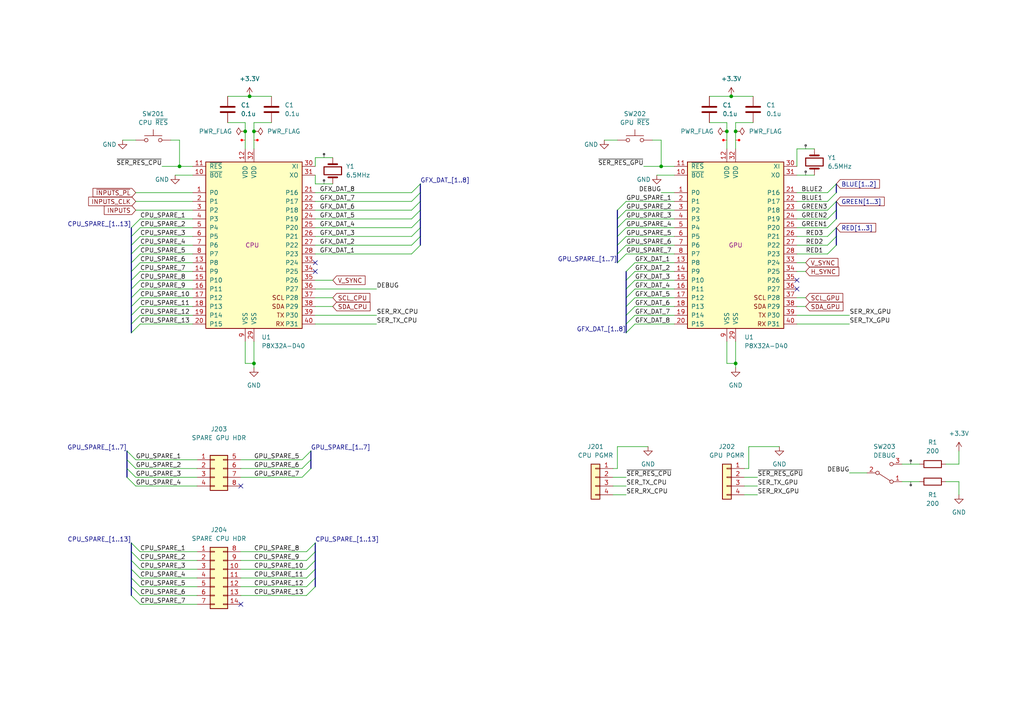
<source format=kicad_sch>
(kicad_sch (version 20230121) (generator eeschema)
  (paper "A4")
  (lib_symbols
    (symbol "Connector_Generic:Conn_01x04" (pin_names (offset 1.016) hide)
      (property "Reference" "J" (at 0 5.08 0))
      (property "Value" "Conn_01x04" (at 0 -7.62 0))
      (symbol "Conn_01x04_1_1"
        (rectangle (start -1.27 -4.953) (end 0 -5.207) (stroke (width 0.1524)))
        (rectangle (start -1.27 -2.413) (end 0 -2.667) (stroke (width 0.1524)))
        (rectangle (start -1.27 0.127) (end 0 -0.127) (stroke (width 0.1524)))
        (rectangle (start -1.27 2.667) (end 0 2.413) (stroke (width 0.1524)))
        (rectangle (start -1.27 3.81) (end 1.27 -6.35) (stroke (width 0.254)) (fill (type background)))
        (pin passive line (at -5.08 2.54 0) (length 3.81) (name "Pin_1") (number "1"))
        (pin passive line (at -5.08 0 0) (length 3.81) (name "Pin_2") (number "2"))
        (pin passive line (at -5.08 -2.54 0) (length 3.81) (name "Pin_3") (number "3"))
        (pin passive line (at -5.08 -5.08 0) (length 3.81) (name "Pin_4") (number "4"))
      )
    )
    (symbol "Connector_Generic:Conn_02x04_Top_Bottom" (pin_names (offset 1.016) hide)
      (property "Reference" "J" (at 1.27 5.08 0))
      (property "Value" "Conn_02x04_Top_Bottom" (at 1.27 -7.62 0))
      (symbol "Conn_02x04_Top_Bottom_1_1"
        (rectangle (start -1.27 -4.953) (end 0 -5.207) (stroke (width 0.1524)))
        (rectangle (start -1.27 -2.413) (end 0 -2.667) (stroke (width 0.1524)))
        (rectangle (start -1.27 0.127) (end 0 -0.127) (stroke (width 0.1524)))
        (rectangle (start -1.27 2.667) (end 0 2.413) (stroke (width 0.1524)))
        (rectangle (start -1.27 3.81) (end 3.81 -6.35) (stroke (width 0.254)) (fill (type background)))
        (rectangle (start 3.81 -4.953) (end 2.54 -5.207) (stroke (width 0.1524)))
        (rectangle (start 3.81 -2.413) (end 2.54 -2.667) (stroke (width 0.1524)))
        (rectangle (start 3.81 0.127) (end 2.54 -0.127) (stroke (width 0.1524)))
        (rectangle (start 3.81 2.667) (end 2.54 2.413) (stroke (width 0.1524)))
        (pin passive line (at -5.08 2.54 0) (length 3.81) (name "Pin_1") (number "1"))
        (pin passive line (at -5.08 0 0) (length 3.81) (name "Pin_2") (number "2"))
        (pin passive line (at -5.08 -2.54 0) (length 3.81) (name "Pin_3") (number "3"))
        (pin passive line (at -5.08 -5.08 0) (length 3.81) (name "Pin_4") (number "4"))
        (pin passive line (at 7.62 2.54 180) (length 3.81) (name "Pin_5") (number "5"))
        (pin passive line (at 7.62 0 180) (length 3.81) (name "Pin_6") (number "6"))
        (pin passive line (at 7.62 -2.54 180) (length 3.81) (name "Pin_7") (number "7"))
        (pin passive line (at 7.62 -5.08 180) (length 3.81) (name "Pin_8") (number "8"))
      )
    )
    (symbol "Connector_Generic:Conn_02x07_Top_Bottom" (pin_names (offset 1.016) hide)
      (property "Reference" "J" (at 1.27 10.16 0))
      (property "Value" "Conn_02x07_Top_Bottom" (at 1.27 -10.16 0))
      (symbol "Conn_02x07_Top_Bottom_1_1"
        (rectangle (start -1.27 -7.493) (end 0 -7.747) (stroke (width 0.1524)))
        (rectangle (start -1.27 -4.953) (end 0 -5.207) (stroke (width 0.1524)))
        (rectangle (start -1.27 -2.413) (end 0 -2.667) (stroke (width 0.1524)))
        (rectangle (start -1.27 0.127) (end 0 -0.127) (stroke (width 0.1524)))
        (rectangle (start -1.27 2.667) (end 0 2.413) (stroke (width 0.1524)))
        (rectangle (start -1.27 5.207) (end 0 4.953) (stroke (width 0.1524)))
        (rectangle (start -1.27 7.747) (end 0 7.493) (stroke (width 0.1524)))
        (rectangle (start -1.27 8.89) (end 3.81 -8.89) (stroke (width 0.254)) (fill (type background)))
        (rectangle (start 3.81 -7.493) (end 2.54 -7.747) (stroke (width 0.1524)))
        (rectangle (start 3.81 -4.953) (end 2.54 -5.207) (stroke (width 0.1524)))
        (rectangle (start 3.81 -2.413) (end 2.54 -2.667) (stroke (width 0.1524)))
        (rectangle (start 3.81 0.127) (end 2.54 -0.127) (stroke (width 0.1524)))
        (rectangle (start 3.81 2.667) (end 2.54 2.413) (stroke (width 0.1524)))
        (rectangle (start 3.81 5.207) (end 2.54 4.953) (stroke (width 0.1524)))
        (rectangle (start 3.81 7.747) (end 2.54 7.493) (stroke (width 0.1524)))
        (pin passive line (at -5.08 7.62 0) (length 3.81) (name "Pin_1") (number "1"))
        (pin passive line (at 7.62 2.54 180) (length 3.81) (name "Pin_10") (number "10"))
        (pin passive line (at 7.62 0 180) (length 3.81) (name "Pin_11") (number "11"))
        (pin passive line (at 7.62 -2.54 180) (length 3.81) (name "Pin_12") (number "12"))
        (pin passive line (at 7.62 -5.08 180) (length 3.81) (name "Pin_13") (number "13"))
        (pin passive line (at 7.62 -7.62 180) (length 3.81) (name "Pin_14") (number "14"))
        (pin passive line (at -5.08 5.08 0) (length 3.81) (name "Pin_2") (number "2"))
        (pin passive line (at -5.08 2.54 0) (length 3.81) (name "Pin_3") (number "3"))
        (pin passive line (at -5.08 0 0) (length 3.81) (name "Pin_4") (number "4"))
        (pin passive line (at -5.08 -2.54 0) (length 3.81) (name "Pin_5") (number "5"))
        (pin passive line (at -5.08 -5.08 0) (length 3.81) (name "Pin_6") (number "6"))
        (pin passive line (at -5.08 -7.62 0) (length 3.81) (name "Pin_7") (number "7"))
        (pin passive line (at 7.62 7.62 180) (length 3.81) (name "Pin_8") (number "8"))
        (pin passive line (at 7.62 5.08 180) (length 3.81) (name "Pin_9") (number "9"))
      )
    )
    (symbol "Device:C" (pin_numbers hide) (pin_names (offset 0.254))
      (property "Reference" "C" (at 0.635 2.54 0))
      (property "Value" "C" (at 0.635 -2.54 0))
      (symbol "C_0_1"
        (polyline (pts (xy -2.032 -0.762) (xy 2.032 -0.762)) (stroke (width 0.508)))
        (polyline (pts (xy -2.032 0.762) (xy 2.032 0.762)) (stroke (width 0.508)))
      )
      (symbol "C_1_1"
        (pin passive line (at 0 3.81 270) (length 2.794) (name "~") (number "1"))
        (pin passive line (at 0 -3.81 90) (length 2.794) (name "~") (number "2"))
      )
    )
    (symbol "Device:Crystal" (pin_numbers hide) (pin_names (offset 1.016) hide)
      (property "Reference" "Y" (at 0 3.81 0))
      (property "Value" "Crystal" (at 0 -3.81 0))
      (symbol "Crystal_0_1"
        (rectangle (start -1.143 2.54) (end 1.143 -2.54) (stroke (width 0.3048)))
        (polyline (pts (xy -2.54 0) (xy -1.905 0)))
        (polyline (pts (xy -1.905 -1.27) (xy -1.905 1.27)) (stroke (width 0.508)))
        (polyline (pts (xy 1.905 -1.27) (xy 1.905 1.27)) (stroke (width 0.508)))
        (polyline (pts (xy 2.54 0) (xy 1.905 0)))
      )
      (symbol "Crystal_1_1"
        (pin passive line (at -3.81 0 0) (length 1.27) (name "1") (number "1"))
        (pin passive line (at 3.81 0 180) (length 1.27) (name "2") (number "2"))
      )
    )
    (symbol "Device:R" (pin_numbers hide) (pin_names (offset 0))
      (property "Reference" "R" (at 2.032 0 90))
      (property "Value" "R" (at 0 0 90))
      (symbol "R_0_1"
        (rectangle (start -1.016 -2.54) (end 1.016 2.54) (stroke (width 0.254)))
      )
      (symbol "R_1_1"
        (pin passive line (at 0 3.81 270) (length 1.27) (name "~") (number "1"))
        (pin passive line (at 0 -3.81 90) (length 1.27) (name "~") (number "2"))
      )
    )
    (symbol "MCU_Parallax:P8X32A-D40" (pin_names (offset 1.016))
      (property "Reference" "U" (at -13.97 25.4 0))
      (property "Value" "P8X32A-D40" (at 1.27 25.4 0))
      (symbol "P8X32A-D40_0_1"
        (rectangle (start -13.97 24.13) (end 13.97 -24.13) (stroke (width 0.254)) (fill (type background)))
        (text "RX" (at 8.89 -22.86 0) (effects (font (size 1.27 1.27)) (justify right)))
        (text "SCL" (at 8.89 -15.24 0) (effects (font (size 1.27 1.27)) (justify right)))
        (text "SDA" (at 8.89 -17.78 0) (effects (font (size 1.27 1.27)) (justify right)))
        (text "TX" (at 8.89 -20.32 0) (effects (font (size 1.27 1.27)) (justify right)))
        (pin bidirectional line (at -17.78 15.24 0) (length 3.81) (name "P0") (number "1"))
        (pin input line (at -17.78 20.32 0) (length 3.81) (name "~{BOE}") (number "10"))
        (pin bidirectional line (at -17.78 22.86 0) (length 3.81) (name "~{RES}") (number "11"))
        (pin power_in line (at -2.54 27.94 270) (length 3.81) (name "VDD") (number "12"))
        (pin bidirectional line (at -17.78 -5.08 0) (length 3.81) (name "P8") (number "13"))
        (pin bidirectional line (at -17.78 -7.62 0) (length 3.81) (name "P9") (number "14"))
        (pin bidirectional line (at -17.78 -10.16 0) (length 3.81) (name "P10") (number "15"))
        (pin bidirectional line (at -17.78 -12.7 0) (length 3.81) (name "P11") (number "16"))
        (pin bidirectional line (at -17.78 -15.24 0) (length 3.81) (name "P12") (number "17"))
        (pin bidirectional line (at -17.78 -17.78 0) (length 3.81) (name "P13") (number "18"))
        (pin bidirectional line (at -17.78 -20.32 0) (length 3.81) (name "P14") (number "19"))
        (pin bidirectional line (at -17.78 12.7 0) (length 3.81) (name "P1") (number "2"))
        (pin bidirectional line (at -17.78 -22.86 0) (length 3.81) (name "P15") (number "20"))
        (pin bidirectional line (at 17.78 15.24 180) (length 3.81) (name "P16") (number "21"))
        (pin bidirectional line (at 17.78 12.7 180) (length 3.81) (name "P17") (number "22"))
        (pin bidirectional line (at 17.78 10.16 180) (length 3.81) (name "P18") (number "23"))
        (pin bidirectional line (at 17.78 7.62 180) (length 3.81) (name "P19") (number "24"))
        (pin bidirectional line (at 17.78 5.08 180) (length 3.81) (name "P20") (number "25"))
        (pin bidirectional line (at 17.78 2.54 180) (length 3.81) (name "P21") (number "26"))
        (pin bidirectional line (at 17.78 0 180) (length 3.81) (name "P22") (number "27"))
        (pin bidirectional line (at 17.78 -2.54 180) (length 3.81) (name "P23") (number "28"))
        (pin power_in line (at 0 -27.94 90) (length 3.81) (name "VSS") (number "29"))
        (pin bidirectional line (at -17.78 10.16 0) (length 3.81) (name "P2") (number "3"))
        (pin input line (at 17.78 22.86 180) (length 3.81) (name "XI") (number "30"))
        (pin output line (at 17.78 20.32 180) (length 3.81) (name "XO") (number "31"))
        (pin power_in line (at 0 27.94 270) (length 3.81) (name "VDD") (number "32"))
        (pin bidirectional line (at 17.78 -5.08 180) (length 3.81) (name "P24") (number "33"))
        (pin bidirectional line (at 17.78 -7.62 180) (length 3.81) (name "P25") (number "34"))
        (pin bidirectional line (at 17.78 -10.16 180) (length 3.81) (name "P26") (number "35"))
        (pin bidirectional line (at 17.78 -12.7 180) (length 3.81) (name "P27") (number "36"))
        (pin bidirectional line (at 17.78 -15.24 180) (length 3.81) (name "P28") (number "37"))
        (pin bidirectional line (at 17.78 -17.78 180) (length 3.81) (name "P29") (number "38"))
        (pin bidirectional line (at 17.78 -20.32 180) (length 3.81) (name "P30") (number "39"))
        (pin bidirectional line (at -17.78 7.62 0) (length 3.81) (name "P3") (number "4"))
        (pin bidirectional line (at 17.78 -22.86 180) (length 3.81) (name "P31") (number "40"))
        (pin bidirectional line (at -17.78 5.08 0) (length 3.81) (name "P4") (number "5"))
        (pin bidirectional line (at -17.78 2.54 0) (length 3.81) (name "P5") (number "6"))
        (pin bidirectional line (at -17.78 0 0) (length 3.81) (name "P6") (number "7"))
        (pin bidirectional line (at -17.78 -2.54 0) (length 3.81) (name "P7") (number "8"))
        (pin power_in line (at -2.54 -27.94 90) (length 3.81) (name "VSS") (number "9"))
      )
    )
    (symbol "Switch:SW_Push" (pin_numbers hide) (pin_names (offset 1.016) hide)
      (property "Reference" "SW" (at 1.27 2.54 0))
      (property "Value" "SW_Push" (at 0 -1.524 0))
      (symbol "SW_Push_0_1"
        (circle (center -2.032 0) (radius 0.508))
        (polyline (pts (xy 0 1.27) (xy 0 3.048)))
        (polyline (pts (xy 2.54 1.27) (xy -2.54 1.27)))
        (circle (center 2.032 0) (radius 0.508))
        (pin passive line (at -5.08 0 0) (length 2.54) (name "1") (number "1"))
        (pin passive line (at 5.08 0 180) (length 2.54) (name "2") (number "2"))
      )
    )
    (symbol "Switch:SW_SPDT" (pin_names (offset 0) hide)
      (property "Reference" "SW" (at 0 4.318 0))
      (property "Value" "SW_SPDT" (at 0 -5.08 0))
      (symbol "SW_SPDT_0_0"
        (circle (center -2.032 0) (radius 0.508))
        (circle (center 2.032 -2.54) (radius 0.508))
      )
      (symbol "SW_SPDT_0_1"
        (polyline (pts (xy -1.524 0.254) (xy 1.651 2.286)))
        (circle (center 2.032 2.54) (radius 0.508))
      )
      (symbol "SW_SPDT_1_1"
        (pin passive line (at 5.08 2.54 180) (length 2.54) (name "A") (number "1"))
        (pin passive line (at -5.08 0 0) (length 2.54) (name "B") (number "2"))
        (pin passive line (at 5.08 -2.54 180) (length 2.54) (name "C") (number "3"))
      )
    )
    (symbol "power:+3.3V" (power) (pin_names (offset 0))
      (property "Value" "+3.3V" (at 0 3.556 0))
      (symbol "+3.3V_0_1"
        (polyline (pts (xy -0.762 1.27) (xy 0 2.54)))
        (polyline (pts (xy 0 0) (xy 0 2.54)))
        (polyline (pts (xy 0 2.54) (xy 0.762 1.27)))
      )
      (symbol "+3.3V_1_1"
        (pin power_in line (at 0 0 90) (length 0) hide (name "+3.3V") (number "1"))
      )
    )
    (symbol "power:GND" (power) (pin_names (offset 0))
      (property "Value" "GND" (at 0 -3.81 0))
      (symbol "GND_0_1"
        (polyline (pts (xy 0 0) (xy 0 -1.27) (xy 1.27 -1.27) (xy 0 -2.54) (xy -1.27 -1.27) (xy 0 -1.27)))
      )
      (symbol "GND_1_1"
        (pin power_in line (at 0 0 270) (length 0) hide (name "GND") (number "1"))
      )
    )
    (symbol "power:PWR_FLAG" (power) (pin_numbers hide) (pin_names (offset 0) hide)
      (property "Value" "PWR_FLAG" (at 0 3.81 0))
      (symbol "PWR_FLAG_0_0"
        (pin power_out line (at 0 0 90) (length 0) (name "pwr") (number "1"))
      )
      (symbol "PWR_FLAG_0_1"
        (polyline (pts (xy 0 0) (xy 0 1.27) (xy -1.016 1.905) (xy 0 2.54) (xy 1.016 1.905) (xy 0 1.27)))
      )
    )
  )
  (junction (at 71.12 38.1))
  (junction (at 73.66 38.1))
  (junction (at 191.77 48.26))
  (junction (at 52.07 48.26))
  (junction (at 210.82 38.1))
  (junction (at 213.36 38.1))
  (junction (at 212.09 27.94))
  (junction (at 213.36 105.41))
  (junction (at 73.66 105.41))
  (junction (at 72.39 27.94))
  (no_connect (at 69.85 140.97))
  (no_connect (at 69.85 175.26))
  (no_connect (at 91.44 76.2))
  (no_connect (at 231.14 83.82))
  (no_connect (at 91.44 78.74))
  (no_connect (at 231.14 81.28))
  (bus_entry (at 38.1 66.04) (size 2.54 -2.54))
  (bus_entry (at 119.38 66.04) (size 2.54 -2.54))
  (bus_entry (at 91.44 167.64) (size -2.54 2.54))
  (bus_entry (at 240.03 55.88) (size 2.54 -2.54))
  (bus_entry (at 184.15 93.98) (size -2.54 2.54))
  (bus_entry (at 119.38 68.58) (size 2.54 -2.54))
  (bus_entry (at 91.44 170.18) (size -2.54 2.54))
  (bus_entry (at 119.38 60.96) (size 2.54 -2.54))
  (bus_entry (at 87.63 133.35) (size 2.54 -2.54))
  (bus_entry (at 38.1 160.02) (size 2.54 2.54))
  (bus_entry (at 38.1 81.28) (size 2.54 -2.54))
  (bus_entry (at 38.1 71.12) (size 2.54 -2.54))
  (bus_entry (at 240.03 68.58) (size 2.54 -2.54))
  (bus_entry (at 39.37 133.35) (size -2.54 -2.54))
  (bus_entry (at 38.1 88.9) (size 2.54 -2.54))
  (bus_entry (at 179.07 66.04) (size 2.54 -2.54))
  (bus_entry (at 179.07 63.5) (size 2.54 -2.54))
  (bus_entry (at 179.07 71.12) (size 2.54 -2.54))
  (bus_entry (at 184.15 76.2) (size -2.54 2.54))
  (bus_entry (at 240.03 66.04) (size 2.54 -2.54))
  (bus_entry (at 184.15 81.28) (size -2.54 2.54))
  (bus_entry (at 119.38 58.42) (size 2.54 -2.54))
  (bus_entry (at 39.37 138.43) (size -2.54 -2.54))
  (bus_entry (at 179.07 76.2) (size 2.54 -2.54))
  (bus_entry (at 184.15 91.44) (size -2.54 2.54))
  (bus_entry (at 179.07 60.96) (size 2.54 -2.54))
  (bus_entry (at 38.1 78.74) (size 2.54 -2.54))
  (bus_entry (at 119.38 55.88) (size 2.54 -2.54))
  (bus_entry (at 184.15 86.36) (size -2.54 2.54))
  (bus_entry (at 38.1 83.82) (size 2.54 -2.54))
  (bus_entry (at 179.07 73.66) (size 2.54 -2.54))
  (bus_entry (at 38.1 172.72) (size 2.54 2.54))
  (bus_entry (at 119.38 71.12) (size 2.54 -2.54))
  (bus_entry (at 240.03 58.42) (size 2.54 -2.54))
  (bus_entry (at 38.1 91.44) (size 2.54 -2.54))
  (bus_entry (at 87.63 135.89) (size 2.54 -2.54))
  (bus_entry (at 38.1 68.58) (size 2.54 -2.54))
  (bus_entry (at 38.1 93.98) (size 2.54 -2.54))
  (bus_entry (at 38.1 170.18) (size 2.54 2.54))
  (bus_entry (at 39.37 140.97) (size -2.54 -2.54))
  (bus_entry (at 119.38 63.5) (size 2.54 -2.54))
  (bus_entry (at 240.03 73.66) (size 2.54 -2.54))
  (bus_entry (at 38.1 76.2) (size 2.54 -2.54))
  (bus_entry (at 240.03 60.96) (size 2.54 -2.54))
  (bus_entry (at 38.1 165.1) (size 2.54 2.54))
  (bus_entry (at 184.15 88.9) (size -2.54 2.54))
  (bus_entry (at 119.38 73.66) (size 2.54 -2.54))
  (bus_entry (at 38.1 86.36) (size 2.54 -2.54))
  (bus_entry (at 184.15 83.82) (size -2.54 2.54))
  (bus_entry (at 240.03 63.5) (size 2.54 -2.54))
  (bus_entry (at 87.63 138.43) (size 2.54 -2.54))
  (bus_entry (at 91.44 162.56) (size -2.54 2.54))
  (bus_entry (at 91.44 157.48) (size -2.54 2.54))
  (bus_entry (at 184.15 78.74) (size -2.54 2.54))
  (bus_entry (at 38.1 162.56) (size 2.54 2.54))
  (bus_entry (at 38.1 167.64) (size 2.54 2.54))
  (bus_entry (at 38.1 96.52) (size 2.54 -2.54))
  (bus_entry (at 91.44 165.1) (size -2.54 2.54))
  (bus_entry (at 179.07 68.58) (size 2.54 -2.54))
  (bus_entry (at 91.44 160.02) (size -2.54 2.54))
  (bus_entry (at 38.1 157.48) (size 2.54 2.54))
  (bus_entry (at 39.37 135.89) (size -2.54 -2.54))
  (bus_entry (at 240.03 71.12) (size 2.54 -2.54))
  (bus_entry (at 38.1 73.66) (size 2.54 -2.54))
  (wire (pts (xy 40.64 88.9) (xy 55.88 88.9)))
  (wire (pts (xy 231.14 93.98) (xy 246.38 93.98)))
  (wire (pts (xy 205.74 27.94) (xy 212.09 27.94)))
  (wire (pts (xy 40.64 167.64) (xy 57.15 167.64)))
  (wire (pts (xy 195.58 83.82) (xy 184.15 83.82)))
  (wire (pts (xy 71.12 35.56) (xy 71.12 38.1)))
  (wire (pts (xy 91.44 71.12) (xy 119.38 71.12)))
  (bus (pts (xy 179.07 63.5) (xy 179.07 66.04)))
  (bus (pts (xy 242.57 53.34) (xy 242.57 55.88)))
  (wire (pts (xy 91.44 55.88) (xy 119.38 55.88)))
  (bus (pts (xy 181.61 91.44) (xy 181.61 88.9)))
  (wire (pts (xy 231.14 48.26) (xy 231.14 43.18)))
  (wire (pts (xy 213.36 106.68) (xy 213.36 105.41)))
  (bus (pts (xy 38.1 71.12) (xy 38.1 73.66)))
  (wire (pts (xy 210.82 38.1) (xy 210.82 43.18)))
  (wire (pts (xy 69.85 133.35) (xy 87.63 133.35)))
  (wire (pts (xy 73.66 106.68) (xy 73.66 105.41)))
  (wire (pts (xy 40.64 170.18) (xy 57.15 170.18)))
  (wire (pts (xy 91.44 93.98) (xy 109.22 93.98)))
  (bus (pts (xy 91.44 167.64) (xy 91.44 165.1)))
  (wire (pts (xy 91.44 83.82) (xy 109.22 83.82)))
  (wire (pts (xy 40.64 66.04) (xy 55.88 66.04)))
  (wire (pts (xy 73.66 38.1) (xy 73.66 35.56)))
  (wire (pts (xy 40.64 83.82) (xy 55.88 83.82)))
  (wire (pts (xy 215.9 140.97) (xy 219.71 140.97)))
  (bus (pts (xy 181.61 93.98) (xy 181.61 91.44)))
  (wire (pts (xy 40.64 175.26) (xy 57.15 175.26)))
  (wire (pts (xy 69.85 135.89) (xy 87.63 135.89)))
  (wire (pts (xy 39.37 135.89) (xy 57.15 135.89)))
  (wire (pts (xy 195.58 81.28) (xy 184.15 81.28)))
  (wire (pts (xy 52.07 40.64) (xy 52.07 48.26)))
  (wire (pts (xy 215.9 143.51) (xy 219.71 143.51)))
  (wire (pts (xy 66.04 27.94) (xy 72.39 27.94)))
  (wire (pts (xy 91.44 91.44) (xy 109.22 91.44)))
  (bus (pts (xy 91.44 162.56) (xy 91.44 160.02)))
  (wire (pts (xy 49.53 40.64) (xy 52.07 40.64)))
  (wire (pts (xy 91.44 73.66) (xy 119.38 73.66)))
  (bus (pts (xy 38.1 160.02) (xy 38.1 157.48)))
  (wire (pts (xy 69.85 172.72) (xy 88.9 172.72)))
  (bus (pts (xy 179.07 73.66) (xy 179.07 76.2)))
  (bus (pts (xy 242.57 68.58) (xy 242.57 71.12)))
  (bus (pts (xy 38.1 78.74) (xy 38.1 81.28)))
  (wire (pts (xy 213.36 38.1) (xy 213.36 35.56)))
  (bus (pts (xy 38.1 88.9) (xy 38.1 91.44)))
  (wire (pts (xy 71.12 35.56) (xy 66.04 35.56)))
  (bus (pts (xy 242.57 66.04) (xy 242.57 68.58)))
  (bus (pts (xy 38.1 76.2) (xy 38.1 78.74)))
  (wire (pts (xy 231.14 63.5) (xy 240.03 63.5)))
  (bus (pts (xy 121.92 63.5) (xy 121.92 60.96)))
  (wire (pts (xy 195.58 86.36) (xy 184.15 86.36)))
  (bus (pts (xy 91.44 165.1) (xy 91.44 162.56)))
  (wire (pts (xy 213.36 35.56) (xy 218.44 35.56)))
  (wire (pts (xy 195.58 91.44) (xy 184.15 91.44)))
  (wire (pts (xy 210.82 99.06) (xy 210.82 105.41)))
  (bus (pts (xy 38.1 91.44) (xy 38.1 93.98)))
  (wire (pts (xy 40.64 73.66) (xy 55.88 73.66)))
  (wire (pts (xy 190.5 50.8) (xy 195.58 50.8)))
  (wire (pts (xy 231.14 66.04) (xy 240.03 66.04)))
  (wire (pts (xy 181.61 71.12) (xy 195.58 71.12)))
  (wire (pts (xy 261.62 139.7) (xy 266.7 139.7)))
  (bus (pts (xy 121.92 55.88) (xy 121.92 53.34)))
  (wire (pts (xy 181.61 58.42) (xy 195.58 58.42)))
  (bus (pts (xy 242.57 60.96) (xy 242.57 63.5)))
  (wire (pts (xy 217.17 129.54) (xy 217.17 135.89)))
  (wire (pts (xy 39.37 138.43) (xy 57.15 138.43)))
  (bus (pts (xy 242.57 58.42) (xy 242.57 60.96)))
  (bus (pts (xy 179.07 60.96) (xy 179.07 63.5)))
  (wire (pts (xy 231.14 78.74) (xy 233.68 78.74)))
  (wire (pts (xy 213.36 105.41) (xy 213.36 99.06)))
  (wire (pts (xy 218.44 27.94) (xy 212.09 27.94)))
  (wire (pts (xy 91.44 53.34) (xy 96.52 53.34)))
  (wire (pts (xy 231.14 55.88) (xy 240.03 55.88)))
  (wire (pts (xy 91.44 66.04) (xy 119.38 66.04)))
  (wire (pts (xy 195.58 78.74) (xy 184.15 78.74)))
  (wire (pts (xy 217.17 129.54) (xy 226.06 129.54)))
  (wire (pts (xy 231.14 58.42) (xy 240.03 58.42)))
  (wire (pts (xy 91.44 88.9) (xy 96.52 88.9)))
  (wire (pts (xy 71.12 105.41) (xy 73.66 105.41)))
  (wire (pts (xy 91.44 63.5) (xy 119.38 63.5)))
  (wire (pts (xy 231.14 88.9) (xy 233.68 88.9)))
  (wire (pts (xy 231.14 91.44) (xy 246.38 91.44)))
  (wire (pts (xy 195.58 76.2) (xy 184.15 76.2)))
  (wire (pts (xy 78.74 27.94) (xy 72.39 27.94)))
  (bus (pts (xy 38.1 68.58) (xy 38.1 71.12)))
  (wire (pts (xy 231.14 71.12) (xy 240.03 71.12)))
  (wire (pts (xy 231.14 60.96) (xy 240.03 60.96)))
  (wire (pts (xy 40.64 162.56) (xy 57.15 162.56)))
  (bus (pts (xy 38.1 167.64) (xy 38.1 165.1)))
  (bus (pts (xy 90.17 135.89) (xy 90.17 133.35)))
  (wire (pts (xy 40.64 91.44) (xy 55.88 91.44)))
  (bus (pts (xy 38.1 86.36) (xy 38.1 88.9)))
  (wire (pts (xy 186.69 48.26) (xy 191.77 48.26)))
  (wire (pts (xy 278.13 134.62) (xy 274.32 134.62)))
  (bus (pts (xy 179.07 68.58) (xy 179.07 71.12)))
  (wire (pts (xy 91.44 68.58) (xy 119.38 68.58)))
  (wire (pts (xy 278.13 143.51) (xy 278.13 139.7)))
  (wire (pts (xy 231.14 76.2) (xy 233.68 76.2)))
  (wire (pts (xy 177.8 143.51) (xy 181.61 143.51)))
  (wire (pts (xy 217.17 135.89) (xy 215.9 135.89)))
  (wire (pts (xy 246.38 137.16) (xy 251.46 137.16)))
  (bus (pts (xy 38.1 83.82) (xy 38.1 86.36)))
  (wire (pts (xy 91.44 60.96) (xy 119.38 60.96)))
  (bus (pts (xy 90.17 133.35) (xy 90.17 130.81)))
  (wire (pts (xy 73.66 43.18) (xy 73.66 38.1)))
  (wire (pts (xy 210.82 105.41) (xy 213.36 105.41)))
  (wire (pts (xy 40.64 81.28) (xy 55.88 81.28)))
  (wire (pts (xy 40.64 78.74) (xy 55.88 78.74)))
  (wire (pts (xy 231.14 50.8) (xy 236.22 50.8)))
  (bus (pts (xy 36.83 130.81) (xy 36.83 133.35)))
  (wire (pts (xy 278.13 139.7) (xy 274.32 139.7)))
  (wire (pts (xy 40.64 76.2) (xy 55.88 76.2)))
  (wire (pts (xy 189.23 40.64) (xy 191.77 40.64)))
  (wire (pts (xy 179.07 135.89) (xy 177.8 135.89)))
  (wire (pts (xy 40.64 71.12) (xy 55.88 71.12)))
  (wire (pts (xy 175.26 40.64) (xy 179.07 40.64)))
  (wire (pts (xy 215.9 138.43) (xy 219.71 138.43)))
  (wire (pts (xy 181.61 66.04) (xy 195.58 66.04)))
  (wire (pts (xy 39.37 133.35) (xy 57.15 133.35)))
  (bus (pts (xy 91.44 170.18) (xy 91.44 167.64)))
  (wire (pts (xy 181.61 68.58) (xy 195.58 68.58)))
  (wire (pts (xy 195.58 88.9) (xy 184.15 88.9)))
  (bus (pts (xy 91.44 160.02) (xy 91.44 157.48)))
  (wire (pts (xy 39.37 140.97) (xy 57.15 140.97)))
  (bus (pts (xy 38.1 172.72) (xy 38.1 170.18)))
  (bus (pts (xy 121.92 68.58) (xy 121.92 66.04)))
  (bus (pts (xy 121.92 66.04) (xy 121.92 63.5)))
  (wire (pts (xy 35.56 40.64) (xy 39.37 40.64)))
  (wire (pts (xy 278.13 130.81) (xy 278.13 134.62)))
  (wire (pts (xy 231.14 86.36) (xy 233.68 86.36)))
  (bus (pts (xy 38.1 81.28) (xy 38.1 83.82)))
  (bus (pts (xy 179.07 66.04) (xy 179.07 68.58)))
  (wire (pts (xy 213.36 43.18) (xy 213.36 38.1)))
  (wire (pts (xy 73.66 105.41) (xy 73.66 99.06)))
  (wire (pts (xy 231.14 73.66) (xy 240.03 73.66)))
  (bus (pts (xy 38.1 170.18) (xy 38.1 167.64)))
  (bus (pts (xy 181.61 96.52) (xy 181.61 93.98)))
  (wire (pts (xy 91.44 81.28) (xy 96.52 81.28)))
  (wire (pts (xy 91.44 58.42) (xy 119.38 58.42)))
  (wire (pts (xy 69.85 170.18) (xy 88.9 170.18)))
  (wire (pts (xy 40.64 160.02) (xy 57.15 160.02)))
  (wire (pts (xy 73.66 35.56) (xy 78.74 35.56)))
  (wire (pts (xy 52.07 48.26) (xy 55.88 48.26)))
  (wire (pts (xy 181.61 60.96) (xy 195.58 60.96)))
  (wire (pts (xy 191.77 55.88) (xy 195.58 55.88)))
  (bus (pts (xy 121.92 60.96) (xy 121.92 58.42)))
  (wire (pts (xy 210.82 35.56) (xy 205.74 35.56)))
  (wire (pts (xy 69.85 167.64) (xy 88.9 167.64)))
  (bus (pts (xy 38.1 93.98) (xy 38.1 96.52)))
  (wire (pts (xy 40.64 165.1) (xy 57.15 165.1)))
  (wire (pts (xy 91.44 48.26) (xy 91.44 45.72)))
  (wire (pts (xy 191.77 48.26) (xy 195.58 48.26)))
  (wire (pts (xy 69.85 160.02) (xy 88.9 160.02)))
  (wire (pts (xy 69.85 162.56) (xy 88.9 162.56)))
  (wire (pts (xy 177.8 140.97) (xy 181.61 140.97)))
  (wire (pts (xy 69.85 165.1) (xy 88.9 165.1)))
  (wire (pts (xy 55.88 58.42) (xy 39.37 58.42)))
  (wire (pts (xy 55.88 55.88) (xy 39.37 55.88)))
  (wire (pts (xy 71.12 99.06) (xy 71.12 105.41)))
  (wire (pts (xy 231.14 68.58) (xy 240.03 68.58)))
  (bus (pts (xy 38.1 66.04) (xy 38.1 68.58)))
  (bus (pts (xy 121.92 58.42) (xy 121.92 55.88)))
  (bus (pts (xy 121.92 71.12) (xy 121.92 68.58)))
  (wire (pts (xy 69.85 138.43) (xy 87.63 138.43)))
  (bus (pts (xy 181.61 88.9) (xy 181.61 86.36)))
  (wire (pts (xy 55.88 60.96) (xy 39.37 60.96)))
  (bus (pts (xy 181.61 78.74) (xy 181.61 81.28)))
  (wire (pts (xy 40.64 86.36) (xy 55.88 86.36)))
  (wire (pts (xy 50.8 50.8) (xy 55.88 50.8)))
  (bus (pts (xy 179.07 71.12) (xy 179.07 73.66)))
  (wire (pts (xy 195.58 93.98) (xy 184.15 93.98)))
  (bus (pts (xy 181.61 81.28) (xy 181.61 83.82)))
  (wire (pts (xy 91.44 45.72) (xy 96.52 45.72)))
  (bus (pts (xy 38.1 162.56) (xy 38.1 160.02)))
  (wire (pts (xy 91.44 50.8) (xy 91.44 53.34)))
  (wire (pts (xy 231.14 43.18) (xy 236.22 43.18)))
  (bus (pts (xy 38.1 165.1) (xy 38.1 162.56)))
  (wire (pts (xy 40.64 63.5) (xy 55.88 63.5)))
  (bus (pts (xy 38.1 73.66) (xy 38.1 76.2)))
  (wire (pts (xy 181.61 63.5) (xy 195.58 63.5)))
  (wire (pts (xy 46.99 48.26) (xy 52.07 48.26)))
  (wire (pts (xy 179.07 129.54) (xy 187.96 129.54)))
  (wire (pts (xy 71.12 38.1) (xy 71.12 43.18)))
  (wire (pts (xy 40.64 68.58) (xy 55.88 68.58)))
  (wire (pts (xy 40.64 93.98) (xy 55.88 93.98)))
  (wire (pts (xy 179.07 129.54) (xy 179.07 135.89)))
  (wire (pts (xy 177.8 138.43) (xy 181.61 138.43)))
  (bus (pts (xy 181.61 86.36) (xy 181.61 83.82)))
  (bus (pts (xy 36.83 135.89) (xy 36.83 138.43)))
  (wire (pts (xy 191.77 40.64) (xy 191.77 48.26)))
  (bus (pts (xy 36.83 133.35) (xy 36.83 135.89)))
  (wire (pts (xy 91.44 86.36) (xy 96.52 86.36)))
  (wire (pts (xy 210.82 35.56) (xy 210.82 38.1)))
  (wire (pts (xy 261.62 134.62) (xy 266.7 134.62)))
  (wire (pts (xy 40.64 172.72) (xy 57.15 172.72)))
  (wire (pts (xy 181.61 73.66) (xy 195.58 73.66)))
  (label "CPU_SPARE_9" (at 73.66 162.56 0))
  (label "GPU_SPARE_6" (at 181.61 71.12 0))
  (label "RED1" (at 233.68 73.66 0))
  (label "DEBUG" (at 109.22 83.82 0))
  (label "GPU_SPARE_3" (at 181.61 63.5 0))
  (label "SER_RX_CPU" (at 181.61 143.51 0))
  (label "SER_RX_GPU" (at 219.71 143.51 0))
  (label "~{SER_RES_GPU}" (at 219.71 138.43 0))
  (label "GFX_DAT_7" (at 92.71 58.42 0))
  (label "CPU_SPARE_[1..13]" (at 38.1 157.48 180))
  (label "DEBUG" (at 246.38 137.16 180))
  (label "CPU_SPARE_3" (at 40.64 68.58 0))
  (label "CPU_SPARE_11" (at 40.64 88.9 0))
  (label "CPU_SPARE_9" (at 40.64 83.82 0))
  (label "BLUE2" (at 232.41 55.88 0))
  (label "BLUE1" (at 232.41 58.42 0))
  (label "CPU_SPARE_1" (at 40.64 63.5 0))
  (label "GFX_DAT_2" (at 92.71 71.12 0))
  (label "GPU_SPARE_3" (at 39.37 138.43 0))
  (label "GFX_DAT_1" (at 184.15 76.2 0))
  (label "GFX_DAT_8" (at 92.71 55.88 0))
  (label "CPU_SPARE_8" (at 73.66 160.02 0))
  (label "~{SER_RES_GPU}" (at 186.69 48.26 180))
  (label "GFX_DAT_3" (at 184.15 81.28 0))
  (label "GFX_DAT_1" (at 92.71 73.66 0))
  (label "GPU_SPARE_[1..7]" (at 90.17 130.81 0))
  (label "SER_TX_CPU" (at 181.61 140.97 0))
  (label "~{SER_RES_CPU}" (at 46.99 48.26 180))
  (label "GPU_SPARE_5" (at 73.66 133.35 0))
  (label "GFX_DAT_7" (at 184.15 91.44 0))
  (label "GFX_DAT_6" (at 92.71 60.96 0))
  (label "DEBUG" (at 191.77 55.88 180))
  (label "CPU_SPARE_8" (at 40.64 81.28 0))
  (label "CPU_SPARE_[1..13]" (at 91.44 157.48 0))
  (label "CPU_SPARE_6" (at 40.64 172.72 0))
  (label "CPU_SPARE_2" (at 40.64 66.04 0))
  (label "GPU_SPARE_7" (at 73.66 138.43 0))
  (label "CPU_SPARE_10" (at 73.66 165.1 0))
  (label "GFX_DAT_4" (at 92.71 66.04 0))
  (label "GFX_DAT_6" (at 184.15 88.9 0))
  (label "GREEN3" (at 232.41 60.96 0))
  (label "CPU_SPARE_13" (at 40.64 93.98 0))
  (label "CPU_SPARE_13" (at 73.66 172.72 0))
  (label "RED2" (at 233.68 71.12 0))
  (label "GPU_SPARE_[1..7]" (at 36.83 130.81 180))
  (label "GFX_DAT_5" (at 92.71 63.5 0))
  (label "GREEN2" (at 232.41 63.5 0))
  (label "GFX_DAT_[1..8]" (at 181.61 96.52 180))
  (label "GPU_SPARE_4" (at 39.37 140.97 0))
  (label "GPU_SPARE_1" (at 181.61 58.42 0))
  (label "SER_TX_CPU" (at 109.22 93.98 0))
  (label "GFX_DAT_3" (at 92.71 68.58 0))
  (label "GPU_SPARE_1" (at 39.37 133.35 0))
  (label "CPU_SPARE_4" (at 40.64 167.64 0))
  (label "SER_TX_GPU" (at 246.38 93.98 0))
  (label "CPU_SPARE_5" (at 40.64 73.66 0))
  (label "CPU_SPARE_12" (at 73.66 170.18 0))
  (label "GFX_DAT_2" (at 184.15 78.74 0))
  (label "CPU_SPARE_10" (at 40.64 86.36 0))
  (label "GFX_DAT_[1..8]" (at 121.92 53.34 0))
  (label "CPU_SPARE_[1..13]" (at 38.1 66.04 180))
  (label "CPU_SPARE_3" (at 40.64 165.1 0))
  (label "CPU_SPARE_4" (at 40.64 71.12 0))
  (label "SER_RX_GPU" (at 246.38 91.44 0))
  (label "GPU_SPARE_4" (at 181.61 66.04 0))
  (label "CPU_SPARE_1" (at 40.64 160.02 0))
  (label "GPU_SPARE_[1..7]" (at 179.07 76.2 180))
  (label "CPU_SPARE_12" (at 40.64 91.44 0))
  (label "GFX_DAT_5" (at 184.15 86.36 0))
  (label "RED3" (at 233.68 68.58 0))
  (label "SER_TX_GPU" (at 219.71 140.97 0))
  (label "CPU_SPARE_7" (at 40.64 175.26 0))
  (label "GFX_DAT_8" (at 184.15 93.98 0))
  (label "CPU_SPARE_2" (at 40.64 162.56 0))
  (label "CPU_SPARE_6" (at 40.64 76.2 0))
  (label "GPU_SPARE_7" (at 181.61 73.66 0))
  (label "GFX_DAT_4" (at 184.15 83.82 0))
  (label "CPU_SPARE_11" (at 73.66 167.64 0))
  (label "GPU_SPARE_2" (at 39.37 135.89 0))
  (label "GPU_SPARE_5" (at 181.61 68.58 0))
  (label "GPU_SPARE_2" (at 181.61 60.96 0))
  (label "CPU_SPARE_7" (at 40.64 78.74 0))
  (label "GREEN1" (at 232.41 66.04 0))
  (label "~{SER_RES_CPU}" (at 181.61 138.43 0))
  (label "SER_RX_CPU" (at 109.22 91.44 0))
  (label "CPU_SPARE_5" (at 40.64 170.18 0))
  (label "GPU_SPARE_6" (at 73.66 135.89 0))
  (global_label "V_SYNC" (shape input) (at 233.68 76.2 0) (property "Intersheetrefs" "${INTERSHEET_REFS}" (effects hide)))
  (global_label "GREEN[1..3]" (shape input) (at 242.57 58.42 0) (property "Intersheetrefs" "${INTERSHEET_REFS}" (effects hide)))
  (global_label "BLUE[1..2]" (shape input) (at 242.57 53.34 0) (property "Intersheetrefs" "${INTERSHEET_REFS}" (effects hide)))
  (global_label "SDA_CPU" (shape input) (at 96.52 88.9 0) (property "Intersheetrefs" "${INTERSHEET_REFS}" (effects hide)))
  (global_label "RED[1..3]" (shape input) (at 242.57 66.04 0) (property "Intersheetrefs" "${INTERSHEET_REFS}" (effects hide)))
  (global_label "~{INPUTS_PL}" (shape input) (at 39.37 55.88 180) (property "Intersheetrefs" "${INTERSHEET_REFS}" (effects hide)))
  (global_label "SCL_GPU" (shape input) (at 233.68 86.36 0) (property "Intersheetrefs" "${INTERSHEET_REFS}" (effects hide)))
  (global_label "SDA_GPU" (shape input) (at 233.68 88.9 0) (property "Intersheetrefs" "${INTERSHEET_REFS}" (effects hide)))
  (global_label "INPUTS_CLK" (shape input) (at 39.37 58.42 180) (property "Intersheetrefs" "${INTERSHEET_REFS}" (effects hide)))
  (global_label "INPUTS" (shape input) (at 39.37 60.96 180) (property "Intersheetrefs" "${INTERSHEET_REFS}" (effects hide)))
  (global_label "H_SYNC" (shape input) (at 233.68 78.74 0) (property "Intersheetrefs" "${INTERSHEET_REFS}" (effects hide)))
  (global_label "V_SYNC" (shape input) (at 96.52 81.28 0) (property "Intersheetrefs" "${INTERSHEET_REFS}" (effects hide)))
  (global_label "SCL_CPU" (shape input) (at 96.52 86.36 0) (property "Intersheetrefs" "${INTERSHEET_REFS}" (effects hide)))
  (netclass_flag "" (length 1) (shape dot) (at 210.82 40.64 90) (property "Netclass" "Power" (effects hide)))
  (netclass_flag "" (length 1) (shape dot) (at 93.98 45.72 0) (property "Netclass" "Signal" (effects hide)))
  (netclass_flag "" (length 1) (shape dot) (at 233.68 50.8 0) (property "Netclass" "Signal" (effects hide)))
  (netclass_flag "" (length 1) (shape dot) (at 233.68 43.18 0) (property "Netclass" "Signal" (effects hide)))
  (netclass_flag "" (length 1) (shape dot) (at 264.16 134.62 0) (property "Netclass" "Signal" (effects hide)))
  (netclass_flag "" (length 1) (shape dot) (at 73.66 40.64 270) (property "Netclass" "Power" (effects hide)))
  (netclass_flag "" (length 1) (shape dot) (at 213.36 40.64 270) (property "Netclass" "Power" (effects hide)))
  (netclass_flag "" (length 1) (shape dot) (at 71.12 40.64 90) (property "Netclass" "Power" (effects hide)))
  (netclass_flag "" (length 1) (shape dot) (at 93.98 53.34 0) (property "Netclass" "Signal" (effects hide)))
  (netclass_flag "" (length 1) (shape dot) (at 264.16 139.7 180) (property "Netclass" "Signal" (effects hide)))
  (symbol (lib_id "power:GND") (at 35.56 40.64 0) (unit 1)
    (property "Reference" "#PWR0201" (effects hide))
    (property "Value" "GND" (at 31.75 41.91 0))
  )
  (symbol (lib_id "power:+3.3V") (at 72.39 27.94 0) (unit 1)
    (property "Reference" "#PWR0202" (effects hide))
    (property "Value" "+3.3V" (at 72.39 22.86 0))
  )
  (symbol (lib_id "Switch:SW_Push") (at 184.15 40.64 0) (unit 1)
    (property "Reference" "SW202" (at 184.15 33.02 0))
    (property "Value" "GPU ~{RES}" (at 184.15 35.56 0))
    (property "Footprint" "Button_Switch_THT:SW_PUSH_6mm_H5mm" (effects hide))
  )
  (symbol (lib_id "Switch:SW_SPDT") (at 256.54 137.16 0) (mirror x) (unit 1)
    (property "Reference" "SW203" (at 256.54 129.54 0))
    (property "Value" "DEBUG" (at 256.54 132.08 0))
    (property "Footprint" "Button_Switch_THT:SW_Slide_1P2T_CK_OS102011MS2Q" (effects hide))
  )
  (symbol (lib_id "power:GND") (at 175.26 40.64 0) (unit 1)
    (property "Reference" "#PWR0211" (effects hide))
    (property "Value" "GND" (at 171.45 41.91 0))
  )
  (symbol (lib_id "power:GND") (at 190.5 50.8 0) (unit 1)
    (property "Reference" "#PWR0212" (effects hide))
    (property "Value" "GND" (at 186.69 52.07 0))
  )
  (symbol (lib_id "power:PWR_FLAG") (at 73.66 38.1 270) (unit 1)
    (property "Reference" "#FLG0302" (effects hide))
    (property "Value" "PWR_FLAG" (at 77.47 38.1 90) (effects (justify left)))
    (instances (project "jcap" (path "" (reference "#FLG0302") (unit 1)) (path "" (reference "#FLG0204") (unit 1))))
  )
  (symbol (lib_id "Device:C") (at 218.44 31.75 180) (unit 1)
    (property "Reference" "C1" (at 222.25 30.48 0) (effects (justify right)))
    (property "Value" "0.1u" (at 222.25 33.02 0) (effects (justify right)))
    (property "Footprint" "Capacitor_THT:C_Disc_D3.4mm_W2.1mm_P2.50mm" (effects hide))
    (instances (project "jcap" (path "" (reference "C1") (unit 1)) (path "" (reference "C202") (unit 1))))
  )
  (symbol (lib_id "Connector_Generic:Conn_01x04") (at 172.72 138.43 0) (mirror y) (unit 1)
    (property "Reference" "J201" (at 172.72 129.54 0))
    (property "Value" "CPU PGMR" (at 172.72 132.08 0))
    (property "Footprint" "Connector_PinHeader_2.54mm:PinHeader_1x04_P2.54mm_Horizontal" (effects hide))
  )
  (symbol (lib_id "power:GND") (at 73.66 106.68 0) (unit 1)
    (property "Reference" "#PWR0204" (effects hide))
    (property "Value" "GND" (at 73.66 111.76 0))
  )
  (symbol (lib_id "power:GND") (at 187.96 129.54 0) (unit 1)
    (property "Reference" "#PWR0207" (effects hide))
    (property "Value" "GND" (at 187.96 134.62 0))
  )
  (symbol (lib_id "Connector_Generic:Conn_02x07_Top_Bottom") (at 62.23 167.64 0) (unit 1)
    (property "Reference" "J204" (at 63.5 153.67 0))
    (property "Value" "SPARE CPU HDR" (at 63.5 156.21 0))
    (property "Footprint" "Connector_PinHeader_2.54mm:PinHeader_2x07_P2.54mm_Vertical" (effects hide))
  )
  (symbol (lib_id "Device:C") (at 205.74 31.75 180) (unit 1)
    (property "Reference" "C1" (at 209.55 30.48 0) (effects (justify right)))
    (property "Value" "0.1u" (at 209.55 33.02 0) (effects (justify right)))
    (property "Footprint" "Capacitor_THT:C_Disc_D3.4mm_W2.1mm_P2.50mm" (effects hide))
    (instances (project "jcap" (path "" (reference "C1") (unit 1)) (path "" (reference "C201") (unit 1))))
  )
  (symbol (lib_id "power:GND") (at 213.36 106.68 0) (unit 1)
    (property "Reference" "#PWR0205" (effects hide))
    (property "Value" "GND" (at 213.36 111.76 0))
  )
  (symbol (lib_id "Device:Crystal") (at 236.22 46.99 90) (unit 1)
    (property "Reference" "Y1" (at 240.03 45.72 90) (effects (justify right)))
    (property "Value" "6.5MHz" (at 240.03 48.26 90) (effects (justify right)))
    (property "Footprint" "Crystal:Crystal_HC49-U_Vertical" (effects hide))
    (instances (project "jcap" (path "" (reference "Y1") (unit 1)) (path "" (reference "Y201") (unit 1))))
  )
  (symbol (lib_id "power:GND") (at 226.06 129.54 0) (unit 1)
    (property "Reference" "#PWR0208" (effects hide))
    (property "Value" "GND" (at 226.06 134.62 0))
  )
  (symbol (lib_id "MCU_Parallax:P8X32A-D40") (at 213.36 71.12 0) (unit 1)
    (property "Reference" "U1" (at 215.9 97.79 0) (effects (justify left)))
    (property "Value" "P8X32A-D40" (at 215.9 100.33 0) (effects (justify left)))
    (property "Footprint" "Package_DIP:DIP-40_W15.24mm_Socket" (effects hide))
    (property "Datasheet" "https://www.parallax.com/sites/default/files/downloads/P8X32A-Propeller-Datasheet-v1.4.0_0.pdf" (effects hide))
    (property "Role" "GPU" (at 213.36 71.12 0))
    (instances (project "jcap" (path "" (reference "U1") (unit 1)) (path "" (reference "U201") (unit 1))))
  )
  (symbol (lib_id "Device:Crystal") (at 96.52 49.53 90) (unit 1)
    (property "Reference" "Y1" (at 100.33 48.26 90) (effects (justify right)))
    (property "Value" "6.5MHz" (at 100.33 50.8 90) (effects (justify right)))
    (property "Footprint" "Crystal:Crystal_HC49-U_Vertical" (effects hide))
    (instances (project "jcap" (path "" (reference "Y1") (unit 1)) (path "" (reference "Y101") (unit 1))))
  )
  (symbol (lib_id "Device:C") (at 66.04 31.75 180) (unit 1)
    (property "Reference" "C1" (at 69.85 30.48 0) (effects (justify right)))
    (property "Value" "0.1u" (at 69.85 33.02 0) (effects (justify right)))
    (property "Footprint" "Capacitor_THT:C_Disc_D3.4mm_W2.1mm_P2.50mm" (effects hide))
    (instances (project "jcap" (path "" (reference "C1") (unit 1)) (path "" (reference "C204") (unit 1))))
  )
  (symbol (lib_id "power:GND") (at 50.8 50.8 0) (unit 1)
    (property "Reference" "#PWR0203" (effects hide))
    (property "Value" "GND" (at 46.99 52.07 0))
  )
  (symbol (lib_id "power:+3.3V") (at 278.13 130.81 0) (unit 1)
    (property "Reference" "#PWR0210" (effects hide))
    (property "Value" "+3.3V" (at 278.13 125.73 0))
  )
  (symbol (lib_id "Device:R") (at 270.51 139.7 270) (unit 1)
    (property "Reference" "R1" (at 270.51 143.51 90))
    (property "Value" "200" (at 270.51 146.05 90))
    (property "Footprint" "Resistor_THT:R_Axial_DIN0207_L6.3mm_D2.5mm_P10.16mm_Horizontal" (effects hide))
    (instances (project "jcap" (path "" (reference "R1") (unit 1)) (path "" (reference "R204") (unit 1))))
  )
  (symbol (lib_id "MCU_Parallax:P8X32A-D40") (at 73.66 71.12 0) (unit 1)
    (property "Reference" "U1" (at 75.8541 97.79 0) (effects (justify left)))
    (property "Value" "P8X32A-D40" (at 75.8541 100.33 0) (effects (justify left)))
    (property "Footprint" "Package_DIP:DIP-40_W15.24mm_Socket" (effects hide))
    (property "Datasheet" "https://www.parallax.com/sites/default/files/downloads/P8X32A-Propeller-Datasheet-v1.4.0_0.pdf" (effects hide))
    (property "Role" "CPU" (at 71.12 71.12 0) (effects (justify left)))
    (instances (project "jcap" (path "" (reference "U1") (unit 1)) (path "" (reference "U101") (unit 1))))
  )
  (symbol (lib_id "power:PWR_FLAG") (at 213.36 38.1 270) (unit 1)
    (property "Reference" "#FLG0302" (effects hide))
    (property "Value" "PWR_FLAG" (at 217.17 38.1 90) (effects (justify left)))
    (instances (project "jcap" (path "" (reference "#FLG0302") (unit 1)) (path "" (reference "#FLG0202") (unit 1))))
  )
  (symbol (lib_id "Switch:SW_Push") (at 44.45 40.64 0) (unit 1)
    (property "Reference" "SW201" (at 44.45 33.02 0))
    (property "Value" "CPU ~{RES}" (at 44.45 35.56 0))
    (property "Footprint" "Button_Switch_THT:SW_PUSH_6mm_H5mm" (effects hide))
  )
  (symbol (lib_id "power:GND") (at 278.13 143.51 0) (unit 1)
    (property "Reference" "#PWR0209" (effects hide))
    (property "Value" "GND" (at 278.13 148.59 0))
  )
  (symbol (lib_id "power:+3.3V") (at 212.09 27.94 0) (unit 1)
    (property "Reference" "#PWR0206" (effects hide))
    (property "Value" "+3.3V" (at 212.09 22.86 0))
  )
  (symbol (lib_id "power:PWR_FLAG") (at 71.12 38.1 90) (unit 1)
    (property "Reference" "#FLG0302" (effects hide))
    (property "Value" "PWR_FLAG" (at 67.31 38.1 90) (effects (justify left)))
    (instances (project "jcap" (path "" (reference "#FLG0302") (unit 1)) (path "" (reference "#FLG0203") (unit 1))))
  )
  (symbol (lib_id "Connector_Generic:Conn_01x04") (at 210.82 138.43 0) (mirror y) (unit 1)
    (property "Reference" "J202" (at 210.82 129.54 0))
    (property "Value" "GPU PGMR" (at 210.82 132.08 0))
    (property "Footprint" "Connector_PinHeader_2.54mm:PinHeader_1x04_P2.54mm_Horizontal" (effects hide))
  )
  (symbol (lib_id "Connector_Generic:Conn_02x04_Top_Bottom") (at 62.23 135.89 0) (unit 1)
    (property "Reference" "J203" (at 63.5 124.46 0))
    (property "Value" "SPARE GPU HDR" (at 63.5 127 0))
    (property "Footprint" "Connector_PinHeader_2.54mm:PinHeader_2x04_P2.54mm_Vertical" (effects hide))
  )
  (symbol (lib_id "power:PWR_FLAG") (at 210.82 38.1 90) (unit 1)
    (property "Reference" "#FLG0302" (effects hide))
    (property "Value" "PWR_FLAG" (at 207.01 38.1 90) (effects (justify left)))
    (instances (project "jcap" (path "" (reference "#FLG0302") (unit 1)) (path "" (reference "#FLG0201") (unit 1))))
  )
  (symbol (lib_id "Device:C") (at 78.74 31.75 180) (unit 1)
    (property "Reference" "C1" (at 82.55 30.48 0) (effects (justify right)))
    (property "Value" "0.1u" (at 82.55 33.02 0) (effects (justify right)))
    (property "Footprint" "Capacitor_THT:C_Disc_D3.4mm_W2.1mm_P2.50mm" (effects hide))
    (instances (project "jcap" (path "" (reference "C1") (unit 1)) (path "" (reference "C203") (unit 1))))
  )
  (symbol (lib_id "Device:R") (at 270.51 134.62 90) (unit 1)
    (property "Reference" "R1" (at 270.51 128.27 90))
    (property "Value" "200" (at 270.51 130.81 90))
    (property "Footprint" "Resistor_THT:R_Axial_DIN0207_L6.3mm_D2.5mm_P10.16mm_Horizontal" (effects hide))
    (instances (project "jcap" (path "" (reference "R1") (unit 1)) (path "" (reference "R203") (unit 1))))
  )
)
</source>
